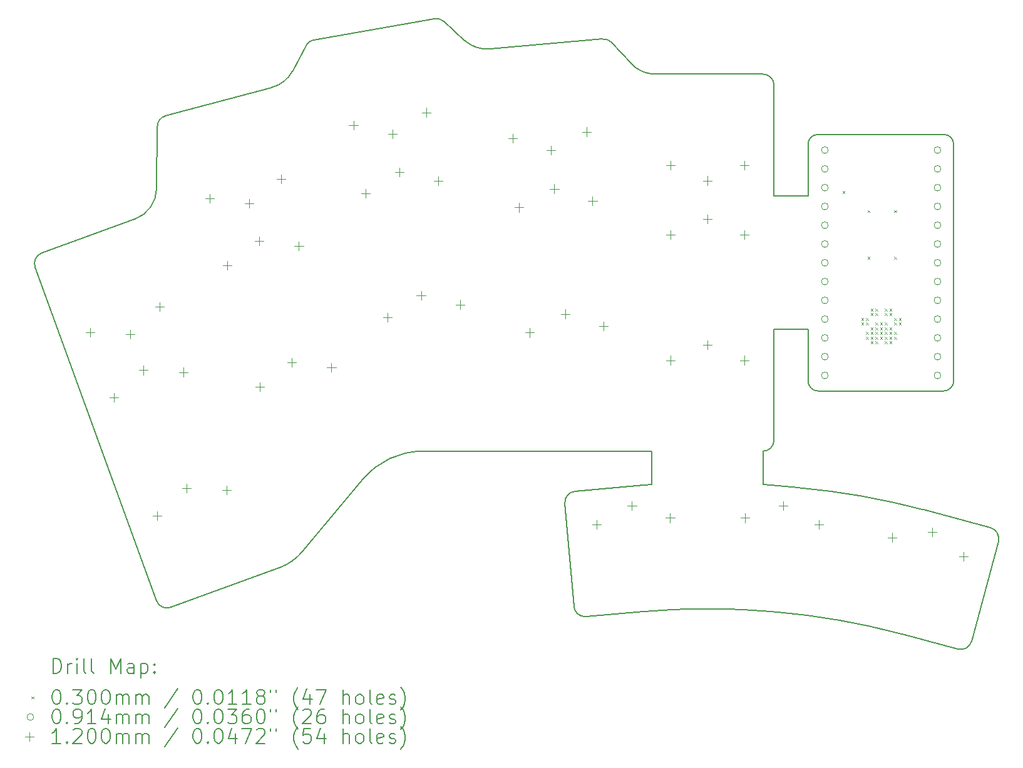
<source format=gbr>
%TF.GenerationSoftware,KiCad,Pcbnew,8.0.7*%
%TF.CreationDate,2025-03-14T09:47:26+07:00*%
%TF.ProjectId,Lapka,4c61706b-612e-46b6-9963-61645f706362,rev?*%
%TF.SameCoordinates,Original*%
%TF.FileFunction,Drillmap*%
%TF.FilePolarity,Positive*%
%FSLAX45Y45*%
G04 Gerber Fmt 4.5, Leading zero omitted, Abs format (unit mm)*
G04 Created by KiCad (PCBNEW 8.0.7) date 2025-03-14 09:47:26*
%MOMM*%
%LPD*%
G01*
G04 APERTURE LIST*
%ADD10C,0.200000*%
%ADD11C,0.100000*%
%ADD12C,0.120000*%
G04 APERTURE END LIST*
D10*
X11600711Y-4895984D02*
G75*
G02*
X11318997Y-5121012I-398191J209644D01*
G01*
X11733186Y-11397755D02*
G75*
G02*
X11416402Y-11620528I-575226J481355D01*
G01*
X15565275Y-12279335D02*
X16346164Y-12211016D01*
X21035915Y-11077384D02*
X20131788Y-10835124D01*
X13514239Y-4191030D02*
G75*
G02*
X13641123Y-4227701I26051J-147710D01*
G01*
X9759914Y-6486002D02*
G75*
G02*
X9461924Y-6904593I-449973J4967D01*
G01*
X16174865Y-4796968D02*
X15914440Y-4515393D01*
X15791247Y-4467813D02*
G75*
G02*
X15914440Y-4515393I13073J-149427D01*
G01*
X9950293Y-12154149D02*
G75*
G02*
X9758033Y-12064498I-51303J140959D01*
G01*
X8116337Y-7553969D02*
G75*
G02*
X8205990Y-7361718I140953J51299D01*
G01*
X17958996Y-4941997D02*
X16505753Y-4941997D01*
X20779641Y-12613388D02*
G75*
G02*
X20595923Y-12719455I-144911J38858D01*
G01*
X16346164Y-12211016D02*
G75*
G02*
X18071839Y-12211016I862836J-9862584D01*
G01*
X16459000Y-10495300D02*
X16346159Y-10504522D01*
X18109000Y-6591996D02*
X18109000Y-5092000D01*
X18435620Y-10536349D02*
G75*
G02*
X20131788Y-10835124I-862860J-9862521D01*
G01*
X18569000Y-8391997D02*
X18569001Y-9091997D01*
X9950293Y-12154149D02*
X11416402Y-11620527D01*
X15791247Y-4467813D02*
X14267382Y-4601133D01*
X18703997Y-9226996D02*
G75*
G02*
X18568994Y-9091997I3J135006D01*
G01*
X20404000Y-5756997D02*
G75*
G02*
X20539003Y-5891996I0J-135003D01*
G01*
X11733186Y-11397755D02*
X12552906Y-10418157D01*
X18109000Y-8391996D02*
X18569000Y-8391997D01*
X13514239Y-4191030D02*
X11886435Y-4478057D01*
X18109000Y-9892004D02*
G75*
G02*
X17959000Y-10042000I-150000J4D01*
G01*
X20404000Y-5756997D02*
X18703996Y-5756996D01*
X19838774Y-12516581D02*
X20595923Y-12719457D01*
X16459001Y-10041997D02*
X16459000Y-10495300D01*
X16505753Y-4941997D02*
G75*
G02*
X16174863Y-4796970I-23J449937D01*
G01*
X13925670Y-4486020D02*
X13925667Y-4486021D01*
X9461924Y-6904593D02*
X8205989Y-7361716D01*
X21035915Y-11077384D02*
G75*
G02*
X21141988Y-11261097I-38825J-144896D01*
G01*
X18435620Y-10536349D02*
X18071842Y-10504523D01*
X17959001Y-10495300D02*
X17959000Y-10042001D01*
X16346159Y-10504522D02*
X15415890Y-10585910D01*
X20539001Y-9091998D02*
G75*
G02*
X20404001Y-9227001I-134991J-13D01*
G01*
X15280760Y-10748318D02*
G75*
G02*
X15415890Y-10585913I149440J13078D01*
G01*
X15565275Y-12279335D02*
G75*
G02*
X15402776Y-12142978I-13065J149435D01*
G01*
X8116337Y-7553969D02*
X9758035Y-12064497D01*
X11318997Y-5121013D02*
X9879630Y-5506689D01*
X17958996Y-4941997D02*
G75*
G02*
X18108993Y-5092000I14J-149983D01*
G01*
X9769131Y-5649745D02*
X9759914Y-6486002D01*
X20539001Y-9091998D02*
X20539000Y-5891996D01*
X18569000Y-5891991D02*
X18569000Y-6591997D01*
X12552906Y-10418157D02*
G75*
G02*
X13358161Y-10041998I805244J-673813D01*
G01*
X18569000Y-5891991D02*
G75*
G02*
X18703996Y-5757000I135000J-9D01*
G01*
X11779753Y-4555900D02*
X11600711Y-4895984D01*
X18108999Y-5092000D02*
X18109000Y-5092000D01*
X18071842Y-10504523D02*
X17959001Y-10495300D01*
X15280760Y-10748318D02*
X15402776Y-12142978D01*
X18071840Y-12211015D02*
X18139313Y-12216919D01*
X9769131Y-5649745D02*
G75*
G02*
X9879630Y-5506688I150009J-1665D01*
G01*
X18109000Y-9892004D02*
X18109000Y-8391996D01*
X13641123Y-4227701D02*
X13641123Y-4227699D01*
X14267382Y-4601133D02*
G75*
G02*
X13925669Y-4486020I-39242J448253D01*
G01*
X18139313Y-12216919D02*
G75*
G02*
X19838774Y-12516581I-862863J-9862411D01*
G01*
X18569000Y-6591997D02*
X18109000Y-6591996D01*
X11779753Y-4555900D02*
G75*
G02*
X11886435Y-4478058I132707J-69850D01*
G01*
X13925667Y-4486021D02*
X13641123Y-4227699D01*
X20779641Y-12613388D02*
X21141987Y-11261097D01*
X18703997Y-9226996D02*
X20404001Y-9226996D01*
X13358161Y-10041997D02*
X16459001Y-10041997D01*
D11*
X19035000Y-6525500D02*
X19065000Y-6555500D01*
X19065000Y-6525500D02*
X19035000Y-6555500D01*
X19289000Y-8240000D02*
X19319000Y-8270000D01*
X19319000Y-8240000D02*
X19289000Y-8270000D01*
X19289000Y-8303500D02*
X19319000Y-8333500D01*
X19319000Y-8303500D02*
X19289000Y-8333500D01*
X19352500Y-8240000D02*
X19382500Y-8270000D01*
X19382500Y-8240000D02*
X19352500Y-8270000D01*
X19352500Y-8303500D02*
X19382500Y-8333500D01*
X19382500Y-8303500D02*
X19352500Y-8333500D01*
X19352500Y-8430500D02*
X19382500Y-8460500D01*
X19382500Y-8430500D02*
X19352500Y-8460500D01*
X19352500Y-8494000D02*
X19382500Y-8524000D01*
X19382500Y-8494000D02*
X19352500Y-8524000D01*
X19373000Y-7412000D02*
X19403000Y-7442000D01*
X19403000Y-7412000D02*
X19373000Y-7442000D01*
X19373000Y-6782000D02*
X19403000Y-6812000D01*
X19403000Y-6782000D02*
X19373000Y-6812000D01*
X19416000Y-8113000D02*
X19446000Y-8143000D01*
X19446000Y-8113000D02*
X19416000Y-8143000D01*
X19416000Y-8176500D02*
X19446000Y-8206500D01*
X19446000Y-8176500D02*
X19416000Y-8206500D01*
X19416000Y-8367000D02*
X19446000Y-8397000D01*
X19446000Y-8367000D02*
X19416000Y-8397000D01*
X19416000Y-8430500D02*
X19446000Y-8460500D01*
X19446000Y-8430500D02*
X19416000Y-8460500D01*
X19416000Y-8494000D02*
X19446000Y-8524000D01*
X19446000Y-8494000D02*
X19416000Y-8524000D01*
X19416000Y-8557500D02*
X19446000Y-8587500D01*
X19446000Y-8557500D02*
X19416000Y-8587500D01*
X19479500Y-8113000D02*
X19509500Y-8143000D01*
X19509500Y-8113000D02*
X19479500Y-8143000D01*
X19479500Y-8176500D02*
X19509500Y-8206500D01*
X19509500Y-8176500D02*
X19479500Y-8206500D01*
X19479500Y-8303500D02*
X19509500Y-8333500D01*
X19509500Y-8303500D02*
X19479500Y-8333500D01*
X19479500Y-8367000D02*
X19509500Y-8397000D01*
X19509500Y-8367000D02*
X19479500Y-8397000D01*
X19479500Y-8430500D02*
X19509500Y-8460500D01*
X19509500Y-8430500D02*
X19479500Y-8460500D01*
X19479500Y-8494000D02*
X19509500Y-8524000D01*
X19509500Y-8494000D02*
X19479500Y-8524000D01*
X19479500Y-8557500D02*
X19509500Y-8587500D01*
X19509500Y-8557500D02*
X19479500Y-8587500D01*
X19543000Y-8303500D02*
X19573000Y-8333500D01*
X19573000Y-8303500D02*
X19543000Y-8333500D01*
X19543000Y-8367000D02*
X19573000Y-8397000D01*
X19573000Y-8367000D02*
X19543000Y-8397000D01*
X19543000Y-8430500D02*
X19573000Y-8460500D01*
X19573000Y-8430500D02*
X19543000Y-8460500D01*
X19543000Y-8494000D02*
X19573000Y-8524000D01*
X19573000Y-8494000D02*
X19543000Y-8524000D01*
X19606500Y-8113000D02*
X19636500Y-8143000D01*
X19636500Y-8113000D02*
X19606500Y-8143000D01*
X19606500Y-8176500D02*
X19636500Y-8206500D01*
X19636500Y-8176500D02*
X19606500Y-8206500D01*
X19606500Y-8303500D02*
X19636500Y-8333500D01*
X19636500Y-8303500D02*
X19606500Y-8333500D01*
X19606500Y-8367000D02*
X19636500Y-8397000D01*
X19636500Y-8367000D02*
X19606500Y-8397000D01*
X19606500Y-8430500D02*
X19636500Y-8460500D01*
X19636500Y-8430500D02*
X19606500Y-8460500D01*
X19606500Y-8494000D02*
X19636500Y-8524000D01*
X19636500Y-8494000D02*
X19606500Y-8524000D01*
X19606500Y-8557500D02*
X19636500Y-8587500D01*
X19636500Y-8557500D02*
X19606500Y-8587500D01*
X19670000Y-8113000D02*
X19700000Y-8143000D01*
X19700000Y-8113000D02*
X19670000Y-8143000D01*
X19670000Y-8176500D02*
X19700000Y-8206500D01*
X19700000Y-8176500D02*
X19670000Y-8206500D01*
X19670000Y-8367000D02*
X19700000Y-8397000D01*
X19700000Y-8367000D02*
X19670000Y-8397000D01*
X19670000Y-8430500D02*
X19700000Y-8460500D01*
X19700000Y-8430500D02*
X19670000Y-8460500D01*
X19670000Y-8494000D02*
X19700000Y-8524000D01*
X19700000Y-8494000D02*
X19670000Y-8524000D01*
X19670000Y-8557500D02*
X19700000Y-8587500D01*
X19700000Y-8557500D02*
X19670000Y-8587500D01*
X19733000Y-6782000D02*
X19763000Y-6812000D01*
X19763000Y-6782000D02*
X19733000Y-6812000D01*
X19733000Y-7412000D02*
X19763000Y-7442000D01*
X19763000Y-7412000D02*
X19733000Y-7442000D01*
X19733500Y-8240000D02*
X19763500Y-8270000D01*
X19763500Y-8240000D02*
X19733500Y-8270000D01*
X19733500Y-8303500D02*
X19763500Y-8333500D01*
X19763500Y-8303500D02*
X19733500Y-8333500D01*
X19733500Y-8430500D02*
X19763500Y-8460500D01*
X19763500Y-8430500D02*
X19733500Y-8460500D01*
X19733500Y-8494000D02*
X19763500Y-8524000D01*
X19763500Y-8494000D02*
X19733500Y-8524000D01*
X19797000Y-8240000D02*
X19827000Y-8270000D01*
X19827000Y-8240000D02*
X19797000Y-8270000D01*
X19797000Y-8303500D02*
X19827000Y-8333500D01*
X19827000Y-8303500D02*
X19797000Y-8333500D01*
X18841720Y-5969000D02*
G75*
G02*
X18750280Y-5969000I-45720J0D01*
G01*
X18750280Y-5969000D02*
G75*
G02*
X18841720Y-5969000I45720J0D01*
G01*
X18841720Y-6223000D02*
G75*
G02*
X18750280Y-6223000I-45720J0D01*
G01*
X18750280Y-6223000D02*
G75*
G02*
X18841720Y-6223000I45720J0D01*
G01*
X18841720Y-6477000D02*
G75*
G02*
X18750280Y-6477000I-45720J0D01*
G01*
X18750280Y-6477000D02*
G75*
G02*
X18841720Y-6477000I45720J0D01*
G01*
X18841720Y-6731000D02*
G75*
G02*
X18750280Y-6731000I-45720J0D01*
G01*
X18750280Y-6731000D02*
G75*
G02*
X18841720Y-6731000I45720J0D01*
G01*
X18841720Y-6985000D02*
G75*
G02*
X18750280Y-6985000I-45720J0D01*
G01*
X18750280Y-6985000D02*
G75*
G02*
X18841720Y-6985000I45720J0D01*
G01*
X18841720Y-7239000D02*
G75*
G02*
X18750280Y-7239000I-45720J0D01*
G01*
X18750280Y-7239000D02*
G75*
G02*
X18841720Y-7239000I45720J0D01*
G01*
X18841720Y-7493000D02*
G75*
G02*
X18750280Y-7493000I-45720J0D01*
G01*
X18750280Y-7493000D02*
G75*
G02*
X18841720Y-7493000I45720J0D01*
G01*
X18841720Y-7747000D02*
G75*
G02*
X18750280Y-7747000I-45720J0D01*
G01*
X18750280Y-7747000D02*
G75*
G02*
X18841720Y-7747000I45720J0D01*
G01*
X18841720Y-8001000D02*
G75*
G02*
X18750280Y-8001000I-45720J0D01*
G01*
X18750280Y-8001000D02*
G75*
G02*
X18841720Y-8001000I45720J0D01*
G01*
X18841720Y-8255000D02*
G75*
G02*
X18750280Y-8255000I-45720J0D01*
G01*
X18750280Y-8255000D02*
G75*
G02*
X18841720Y-8255000I45720J0D01*
G01*
X18841720Y-8509000D02*
G75*
G02*
X18750280Y-8509000I-45720J0D01*
G01*
X18750280Y-8509000D02*
G75*
G02*
X18841720Y-8509000I45720J0D01*
G01*
X18841720Y-8763000D02*
G75*
G02*
X18750280Y-8763000I-45720J0D01*
G01*
X18750280Y-8763000D02*
G75*
G02*
X18841720Y-8763000I45720J0D01*
G01*
X18841720Y-9017000D02*
G75*
G02*
X18750280Y-9017000I-45720J0D01*
G01*
X18750280Y-9017000D02*
G75*
G02*
X18841720Y-9017000I45720J0D01*
G01*
X20365721Y-5968999D02*
G75*
G02*
X20274281Y-5968999I-45720J0D01*
G01*
X20274281Y-5968999D02*
G75*
G02*
X20365721Y-5968999I45720J0D01*
G01*
X20365721Y-6222999D02*
G75*
G02*
X20274281Y-6222999I-45720J0D01*
G01*
X20274281Y-6222999D02*
G75*
G02*
X20365721Y-6222999I45720J0D01*
G01*
X20365721Y-6476999D02*
G75*
G02*
X20274281Y-6476999I-45720J0D01*
G01*
X20274281Y-6476999D02*
G75*
G02*
X20365721Y-6476999I45720J0D01*
G01*
X20365721Y-6730999D02*
G75*
G02*
X20274281Y-6730999I-45720J0D01*
G01*
X20274281Y-6730999D02*
G75*
G02*
X20365721Y-6730999I45720J0D01*
G01*
X20365721Y-6984999D02*
G75*
G02*
X20274281Y-6984999I-45720J0D01*
G01*
X20274281Y-6984999D02*
G75*
G02*
X20365721Y-6984999I45720J0D01*
G01*
X20365721Y-7238999D02*
G75*
G02*
X20274281Y-7238999I-45720J0D01*
G01*
X20274281Y-7238999D02*
G75*
G02*
X20365721Y-7238999I45720J0D01*
G01*
X20365721Y-7492999D02*
G75*
G02*
X20274281Y-7492999I-45720J0D01*
G01*
X20274281Y-7492999D02*
G75*
G02*
X20365721Y-7492999I45720J0D01*
G01*
X20365721Y-7746999D02*
G75*
G02*
X20274281Y-7746999I-45720J0D01*
G01*
X20274281Y-7746999D02*
G75*
G02*
X20365721Y-7746999I45720J0D01*
G01*
X20365721Y-8000999D02*
G75*
G02*
X20274281Y-8000999I-45720J0D01*
G01*
X20274281Y-8000999D02*
G75*
G02*
X20365721Y-8000999I45720J0D01*
G01*
X20365721Y-8254999D02*
G75*
G02*
X20274281Y-8254999I-45720J0D01*
G01*
X20274281Y-8254999D02*
G75*
G02*
X20365721Y-8254999I45720J0D01*
G01*
X20365721Y-8508999D02*
G75*
G02*
X20274281Y-8508999I-45720J0D01*
G01*
X20274281Y-8508999D02*
G75*
G02*
X20365721Y-8508999I45720J0D01*
G01*
X20365721Y-8762999D02*
G75*
G02*
X20274281Y-8762999I-45720J0D01*
G01*
X20274281Y-8762999D02*
G75*
G02*
X20365721Y-8762999I45720J0D01*
G01*
X20365721Y-9016999D02*
G75*
G02*
X20274281Y-9016999I-45720J0D01*
G01*
X20274281Y-9016999D02*
G75*
G02*
X20365721Y-9016999I45720J0D01*
G01*
D12*
X8861602Y-8372033D02*
X8861602Y-8492033D01*
X8801602Y-8432033D02*
X8921602Y-8432033D01*
X9183097Y-9255346D02*
X9183097Y-9375346D01*
X9123097Y-9315346D02*
X9243097Y-9315346D01*
X9403273Y-8398358D02*
X9403273Y-8518358D01*
X9343273Y-8458358D02*
X9463273Y-8458358D01*
X9581119Y-8887000D02*
X9581119Y-9007000D01*
X9521119Y-8947000D02*
X9641119Y-8947000D01*
X9764526Y-10852826D02*
X9764526Y-10972826D01*
X9704526Y-10912826D02*
X9824526Y-10912826D01*
X9801295Y-8030012D02*
X9801295Y-8150012D01*
X9741295Y-8090012D02*
X9861295Y-8090012D01*
X10122789Y-8913326D02*
X10122789Y-9033326D01*
X10062789Y-8973326D02*
X10182789Y-8973326D01*
X10162548Y-10484480D02*
X10162548Y-10604480D01*
X10102548Y-10544480D02*
X10222548Y-10544480D01*
X10475099Y-6560531D02*
X10475099Y-6680531D01*
X10415099Y-6620531D02*
X10535099Y-6620531D01*
X10704219Y-10510805D02*
X10704219Y-10630805D01*
X10644219Y-10570805D02*
X10764219Y-10570805D01*
X10718396Y-7468498D02*
X10718396Y-7588498D01*
X10658396Y-7528498D02*
X10778396Y-7528498D01*
X11012414Y-6633966D02*
X11012414Y-6753966D01*
X10952414Y-6693966D02*
X11072414Y-6693966D01*
X11147007Y-7136244D02*
X11147007Y-7256244D01*
X11087007Y-7196244D02*
X11207007Y-7196244D01*
X11158386Y-9110567D02*
X11158386Y-9230567D01*
X11098386Y-9170567D02*
X11218386Y-9170567D01*
X11441025Y-6301712D02*
X11441025Y-6421712D01*
X11381025Y-6361712D02*
X11501025Y-6361712D01*
X11586997Y-8778313D02*
X11586997Y-8898313D01*
X11526997Y-8838313D02*
X11646997Y-8838313D01*
X11684322Y-7209679D02*
X11684322Y-7329679D01*
X11624322Y-7269679D02*
X11744322Y-7269679D01*
X12124312Y-8851748D02*
X12124312Y-8971748D01*
X12064312Y-8911748D02*
X12184312Y-8911748D01*
X12421523Y-5572681D02*
X12421523Y-5692680D01*
X12361523Y-5632680D02*
X12481523Y-5632680D01*
X12584750Y-6498406D02*
X12584750Y-6618406D01*
X12524750Y-6558406D02*
X12644750Y-6558406D01*
X12879950Y-8172577D02*
X12879950Y-8292577D01*
X12819950Y-8232577D02*
X12939950Y-8232577D01*
X12950393Y-5692666D02*
X12950393Y-5812666D01*
X12890393Y-5752666D02*
X13010393Y-5752666D01*
X13040688Y-6204773D02*
X13040688Y-6324773D01*
X12980688Y-6264773D02*
X13100688Y-6264773D01*
X13335888Y-7878943D02*
X13335888Y-7998943D01*
X13275888Y-7938943D02*
X13395888Y-7938943D01*
X13406331Y-5399032D02*
X13406331Y-5519032D01*
X13346331Y-5459032D02*
X13466331Y-5459032D01*
X13569558Y-6324758D02*
X13569558Y-6444758D01*
X13509558Y-6384758D02*
X13629558Y-6384758D01*
X13864758Y-7998929D02*
X13864758Y-8118929D01*
X13804758Y-8058929D02*
X13924758Y-8058929D01*
X14577032Y-5748742D02*
X14577032Y-5868742D01*
X14517032Y-5808742D02*
X14637032Y-5808742D01*
X14658964Y-6685163D02*
X14658964Y-6805163D01*
X14598964Y-6745163D02*
X14718964Y-6745163D01*
X14807124Y-8378694D02*
X14807124Y-8498694D01*
X14747124Y-8438694D02*
X14867124Y-8438694D01*
X15093432Y-5914365D02*
X15093432Y-6034365D01*
X15033432Y-5974365D02*
X15153432Y-5974365D01*
X15138758Y-6432385D02*
X15138758Y-6552385D01*
X15078758Y-6492385D02*
X15198758Y-6492385D01*
X15286919Y-8125915D02*
X15286919Y-8245915D01*
X15226919Y-8185915D02*
X15346919Y-8185915D01*
X15573227Y-5661586D02*
X15573227Y-5781586D01*
X15513227Y-5721586D02*
X15633227Y-5721586D01*
X15655158Y-6598008D02*
X15655158Y-6718008D01*
X15595158Y-6658008D02*
X15715158Y-6658008D01*
X15708964Y-10972234D02*
X15708964Y-11092234D01*
X15648964Y-11032234D02*
X15768964Y-11032234D01*
X15803319Y-8291538D02*
X15803319Y-8411538D01*
X15743319Y-8351538D02*
X15863319Y-8351538D01*
X16188758Y-10719455D02*
X16188758Y-10839455D01*
X16128758Y-10779455D02*
X16248758Y-10779455D01*
X16705159Y-10885078D02*
X16705159Y-11005078D01*
X16645159Y-10945078D02*
X16765159Y-10945078D01*
X16709000Y-6112000D02*
X16709000Y-6232000D01*
X16649000Y-6172000D02*
X16769000Y-6172000D01*
X16709000Y-8752000D02*
X16709000Y-8872000D01*
X16649000Y-8812000D02*
X16769000Y-8812000D01*
X16709001Y-7051999D02*
X16709001Y-7171999D01*
X16649001Y-7111999D02*
X16769001Y-7111999D01*
X17209000Y-6322000D02*
X17209000Y-6442000D01*
X17149000Y-6382000D02*
X17269000Y-6382000D01*
X17209000Y-8542000D02*
X17209000Y-8662000D01*
X17149000Y-8602000D02*
X17269000Y-8602000D01*
X17209001Y-6841999D02*
X17209001Y-6961999D01*
X17149001Y-6901999D02*
X17269001Y-6901999D01*
X17709000Y-6112000D02*
X17709000Y-6232000D01*
X17649000Y-6172000D02*
X17769000Y-6172000D01*
X17709000Y-8752000D02*
X17709000Y-8872000D01*
X17649000Y-8812000D02*
X17769000Y-8812000D01*
X17709001Y-7051999D02*
X17709001Y-7171999D01*
X17649001Y-7111999D02*
X17769001Y-7111999D01*
X17716512Y-10885077D02*
X17716512Y-11005077D01*
X17656512Y-10945077D02*
X17776512Y-10945077D01*
X18232912Y-10719454D02*
X18232912Y-10839454D01*
X18172912Y-10779454D02*
X18292912Y-10779454D01*
X18712707Y-10972233D02*
X18712707Y-11092233D01*
X18652707Y-11032233D02*
X18772707Y-11032233D01*
X19708707Y-11147848D02*
X19708707Y-11267848D01*
X19648707Y-11207848D02*
X19768707Y-11207848D01*
X20246022Y-11074413D02*
X20246022Y-11194413D01*
X20186022Y-11134413D02*
X20306022Y-11134413D01*
X20674633Y-11406667D02*
X20674633Y-11526667D01*
X20614633Y-11466667D02*
X20734633Y-11466667D01*
D10*
X8358069Y-13046045D02*
X8358069Y-12846045D01*
X8358069Y-12846045D02*
X8405688Y-12846045D01*
X8405688Y-12846045D02*
X8434260Y-12855568D01*
X8434260Y-12855568D02*
X8453307Y-12874616D01*
X8453307Y-12874616D02*
X8462831Y-12893664D01*
X8462831Y-12893664D02*
X8472355Y-12931759D01*
X8472355Y-12931759D02*
X8472355Y-12960330D01*
X8472355Y-12960330D02*
X8462831Y-12998425D01*
X8462831Y-12998425D02*
X8453307Y-13017473D01*
X8453307Y-13017473D02*
X8434260Y-13036521D01*
X8434260Y-13036521D02*
X8405688Y-13046045D01*
X8405688Y-13046045D02*
X8358069Y-13046045D01*
X8558069Y-13046045D02*
X8558069Y-12912711D01*
X8558069Y-12950806D02*
X8567593Y-12931759D01*
X8567593Y-12931759D02*
X8577117Y-12922235D01*
X8577117Y-12922235D02*
X8596165Y-12912711D01*
X8596165Y-12912711D02*
X8615212Y-12912711D01*
X8681879Y-13046045D02*
X8681879Y-12912711D01*
X8681879Y-12846045D02*
X8672355Y-12855568D01*
X8672355Y-12855568D02*
X8681879Y-12865092D01*
X8681879Y-12865092D02*
X8691403Y-12855568D01*
X8691403Y-12855568D02*
X8681879Y-12846045D01*
X8681879Y-12846045D02*
X8681879Y-12865092D01*
X8805688Y-13046045D02*
X8786641Y-13036521D01*
X8786641Y-13036521D02*
X8777117Y-13017473D01*
X8777117Y-13017473D02*
X8777117Y-12846045D01*
X8910450Y-13046045D02*
X8891403Y-13036521D01*
X8891403Y-13036521D02*
X8881879Y-13017473D01*
X8881879Y-13017473D02*
X8881879Y-12846045D01*
X9139022Y-13046045D02*
X9139022Y-12846045D01*
X9139022Y-12846045D02*
X9205688Y-12988902D01*
X9205688Y-12988902D02*
X9272355Y-12846045D01*
X9272355Y-12846045D02*
X9272355Y-13046045D01*
X9453307Y-13046045D02*
X9453307Y-12941283D01*
X9453307Y-12941283D02*
X9443784Y-12922235D01*
X9443784Y-12922235D02*
X9424736Y-12912711D01*
X9424736Y-12912711D02*
X9386641Y-12912711D01*
X9386641Y-12912711D02*
X9367593Y-12922235D01*
X9453307Y-13036521D02*
X9434260Y-13046045D01*
X9434260Y-13046045D02*
X9386641Y-13046045D01*
X9386641Y-13046045D02*
X9367593Y-13036521D01*
X9367593Y-13036521D02*
X9358069Y-13017473D01*
X9358069Y-13017473D02*
X9358069Y-12998425D01*
X9358069Y-12998425D02*
X9367593Y-12979378D01*
X9367593Y-12979378D02*
X9386641Y-12969854D01*
X9386641Y-12969854D02*
X9434260Y-12969854D01*
X9434260Y-12969854D02*
X9453307Y-12960330D01*
X9548546Y-12912711D02*
X9548546Y-13112711D01*
X9548546Y-12922235D02*
X9567593Y-12912711D01*
X9567593Y-12912711D02*
X9605688Y-12912711D01*
X9605688Y-12912711D02*
X9624736Y-12922235D01*
X9624736Y-12922235D02*
X9634260Y-12931759D01*
X9634260Y-12931759D02*
X9643784Y-12950806D01*
X9643784Y-12950806D02*
X9643784Y-13007949D01*
X9643784Y-13007949D02*
X9634260Y-13026997D01*
X9634260Y-13026997D02*
X9624736Y-13036521D01*
X9624736Y-13036521D02*
X9605688Y-13046045D01*
X9605688Y-13046045D02*
X9567593Y-13046045D01*
X9567593Y-13046045D02*
X9548546Y-13036521D01*
X9729498Y-13026997D02*
X9739022Y-13036521D01*
X9739022Y-13036521D02*
X9729498Y-13046045D01*
X9729498Y-13046045D02*
X9719974Y-13036521D01*
X9719974Y-13036521D02*
X9729498Y-13026997D01*
X9729498Y-13026997D02*
X9729498Y-13046045D01*
X9729498Y-12922235D02*
X9739022Y-12931759D01*
X9739022Y-12931759D02*
X9729498Y-12941283D01*
X9729498Y-12941283D02*
X9719974Y-12931759D01*
X9719974Y-12931759D02*
X9729498Y-12922235D01*
X9729498Y-12922235D02*
X9729498Y-12941283D01*
D11*
X8067292Y-13359561D02*
X8097292Y-13389561D01*
X8097292Y-13359561D02*
X8067292Y-13389561D01*
D10*
X8396165Y-13266045D02*
X8415212Y-13266045D01*
X8415212Y-13266045D02*
X8434260Y-13275568D01*
X8434260Y-13275568D02*
X8443784Y-13285092D01*
X8443784Y-13285092D02*
X8453307Y-13304140D01*
X8453307Y-13304140D02*
X8462831Y-13342235D01*
X8462831Y-13342235D02*
X8462831Y-13389854D01*
X8462831Y-13389854D02*
X8453307Y-13427949D01*
X8453307Y-13427949D02*
X8443784Y-13446997D01*
X8443784Y-13446997D02*
X8434260Y-13456521D01*
X8434260Y-13456521D02*
X8415212Y-13466045D01*
X8415212Y-13466045D02*
X8396165Y-13466045D01*
X8396165Y-13466045D02*
X8377117Y-13456521D01*
X8377117Y-13456521D02*
X8367593Y-13446997D01*
X8367593Y-13446997D02*
X8358069Y-13427949D01*
X8358069Y-13427949D02*
X8348545Y-13389854D01*
X8348545Y-13389854D02*
X8348545Y-13342235D01*
X8348545Y-13342235D02*
X8358069Y-13304140D01*
X8358069Y-13304140D02*
X8367593Y-13285092D01*
X8367593Y-13285092D02*
X8377117Y-13275568D01*
X8377117Y-13275568D02*
X8396165Y-13266045D01*
X8548546Y-13446997D02*
X8558069Y-13456521D01*
X8558069Y-13456521D02*
X8548546Y-13466045D01*
X8548546Y-13466045D02*
X8539022Y-13456521D01*
X8539022Y-13456521D02*
X8548546Y-13446997D01*
X8548546Y-13446997D02*
X8548546Y-13466045D01*
X8624736Y-13266045D02*
X8748546Y-13266045D01*
X8748546Y-13266045D02*
X8681879Y-13342235D01*
X8681879Y-13342235D02*
X8710450Y-13342235D01*
X8710450Y-13342235D02*
X8729498Y-13351759D01*
X8729498Y-13351759D02*
X8739022Y-13361283D01*
X8739022Y-13361283D02*
X8748546Y-13380330D01*
X8748546Y-13380330D02*
X8748546Y-13427949D01*
X8748546Y-13427949D02*
X8739022Y-13446997D01*
X8739022Y-13446997D02*
X8729498Y-13456521D01*
X8729498Y-13456521D02*
X8710450Y-13466045D01*
X8710450Y-13466045D02*
X8653307Y-13466045D01*
X8653307Y-13466045D02*
X8634260Y-13456521D01*
X8634260Y-13456521D02*
X8624736Y-13446997D01*
X8872355Y-13266045D02*
X8891403Y-13266045D01*
X8891403Y-13266045D02*
X8910450Y-13275568D01*
X8910450Y-13275568D02*
X8919974Y-13285092D01*
X8919974Y-13285092D02*
X8929498Y-13304140D01*
X8929498Y-13304140D02*
X8939022Y-13342235D01*
X8939022Y-13342235D02*
X8939022Y-13389854D01*
X8939022Y-13389854D02*
X8929498Y-13427949D01*
X8929498Y-13427949D02*
X8919974Y-13446997D01*
X8919974Y-13446997D02*
X8910450Y-13456521D01*
X8910450Y-13456521D02*
X8891403Y-13466045D01*
X8891403Y-13466045D02*
X8872355Y-13466045D01*
X8872355Y-13466045D02*
X8853307Y-13456521D01*
X8853307Y-13456521D02*
X8843784Y-13446997D01*
X8843784Y-13446997D02*
X8834260Y-13427949D01*
X8834260Y-13427949D02*
X8824736Y-13389854D01*
X8824736Y-13389854D02*
X8824736Y-13342235D01*
X8824736Y-13342235D02*
X8834260Y-13304140D01*
X8834260Y-13304140D02*
X8843784Y-13285092D01*
X8843784Y-13285092D02*
X8853307Y-13275568D01*
X8853307Y-13275568D02*
X8872355Y-13266045D01*
X9062831Y-13266045D02*
X9081879Y-13266045D01*
X9081879Y-13266045D02*
X9100927Y-13275568D01*
X9100927Y-13275568D02*
X9110450Y-13285092D01*
X9110450Y-13285092D02*
X9119974Y-13304140D01*
X9119974Y-13304140D02*
X9129498Y-13342235D01*
X9129498Y-13342235D02*
X9129498Y-13389854D01*
X9129498Y-13389854D02*
X9119974Y-13427949D01*
X9119974Y-13427949D02*
X9110450Y-13446997D01*
X9110450Y-13446997D02*
X9100927Y-13456521D01*
X9100927Y-13456521D02*
X9081879Y-13466045D01*
X9081879Y-13466045D02*
X9062831Y-13466045D01*
X9062831Y-13466045D02*
X9043784Y-13456521D01*
X9043784Y-13456521D02*
X9034260Y-13446997D01*
X9034260Y-13446997D02*
X9024736Y-13427949D01*
X9024736Y-13427949D02*
X9015212Y-13389854D01*
X9015212Y-13389854D02*
X9015212Y-13342235D01*
X9015212Y-13342235D02*
X9024736Y-13304140D01*
X9024736Y-13304140D02*
X9034260Y-13285092D01*
X9034260Y-13285092D02*
X9043784Y-13275568D01*
X9043784Y-13275568D02*
X9062831Y-13266045D01*
X9215212Y-13466045D02*
X9215212Y-13332711D01*
X9215212Y-13351759D02*
X9224736Y-13342235D01*
X9224736Y-13342235D02*
X9243784Y-13332711D01*
X9243784Y-13332711D02*
X9272355Y-13332711D01*
X9272355Y-13332711D02*
X9291403Y-13342235D01*
X9291403Y-13342235D02*
X9300927Y-13361283D01*
X9300927Y-13361283D02*
X9300927Y-13466045D01*
X9300927Y-13361283D02*
X9310450Y-13342235D01*
X9310450Y-13342235D02*
X9329498Y-13332711D01*
X9329498Y-13332711D02*
X9358069Y-13332711D01*
X9358069Y-13332711D02*
X9377117Y-13342235D01*
X9377117Y-13342235D02*
X9386641Y-13361283D01*
X9386641Y-13361283D02*
X9386641Y-13466045D01*
X9481879Y-13466045D02*
X9481879Y-13332711D01*
X9481879Y-13351759D02*
X9491403Y-13342235D01*
X9491403Y-13342235D02*
X9510450Y-13332711D01*
X9510450Y-13332711D02*
X9539022Y-13332711D01*
X9539022Y-13332711D02*
X9558069Y-13342235D01*
X9558069Y-13342235D02*
X9567593Y-13361283D01*
X9567593Y-13361283D02*
X9567593Y-13466045D01*
X9567593Y-13361283D02*
X9577117Y-13342235D01*
X9577117Y-13342235D02*
X9596165Y-13332711D01*
X9596165Y-13332711D02*
X9624736Y-13332711D01*
X9624736Y-13332711D02*
X9643784Y-13342235D01*
X9643784Y-13342235D02*
X9653308Y-13361283D01*
X9653308Y-13361283D02*
X9653308Y-13466045D01*
X10043784Y-13256521D02*
X9872355Y-13513664D01*
X10300927Y-13266045D02*
X10319974Y-13266045D01*
X10319974Y-13266045D02*
X10339022Y-13275568D01*
X10339022Y-13275568D02*
X10348546Y-13285092D01*
X10348546Y-13285092D02*
X10358070Y-13304140D01*
X10358070Y-13304140D02*
X10367593Y-13342235D01*
X10367593Y-13342235D02*
X10367593Y-13389854D01*
X10367593Y-13389854D02*
X10358070Y-13427949D01*
X10358070Y-13427949D02*
X10348546Y-13446997D01*
X10348546Y-13446997D02*
X10339022Y-13456521D01*
X10339022Y-13456521D02*
X10319974Y-13466045D01*
X10319974Y-13466045D02*
X10300927Y-13466045D01*
X10300927Y-13466045D02*
X10281879Y-13456521D01*
X10281879Y-13456521D02*
X10272355Y-13446997D01*
X10272355Y-13446997D02*
X10262831Y-13427949D01*
X10262831Y-13427949D02*
X10253308Y-13389854D01*
X10253308Y-13389854D02*
X10253308Y-13342235D01*
X10253308Y-13342235D02*
X10262831Y-13304140D01*
X10262831Y-13304140D02*
X10272355Y-13285092D01*
X10272355Y-13285092D02*
X10281879Y-13275568D01*
X10281879Y-13275568D02*
X10300927Y-13266045D01*
X10453308Y-13446997D02*
X10462831Y-13456521D01*
X10462831Y-13456521D02*
X10453308Y-13466045D01*
X10453308Y-13466045D02*
X10443784Y-13456521D01*
X10443784Y-13456521D02*
X10453308Y-13446997D01*
X10453308Y-13446997D02*
X10453308Y-13466045D01*
X10586641Y-13266045D02*
X10605689Y-13266045D01*
X10605689Y-13266045D02*
X10624736Y-13275568D01*
X10624736Y-13275568D02*
X10634260Y-13285092D01*
X10634260Y-13285092D02*
X10643784Y-13304140D01*
X10643784Y-13304140D02*
X10653308Y-13342235D01*
X10653308Y-13342235D02*
X10653308Y-13389854D01*
X10653308Y-13389854D02*
X10643784Y-13427949D01*
X10643784Y-13427949D02*
X10634260Y-13446997D01*
X10634260Y-13446997D02*
X10624736Y-13456521D01*
X10624736Y-13456521D02*
X10605689Y-13466045D01*
X10605689Y-13466045D02*
X10586641Y-13466045D01*
X10586641Y-13466045D02*
X10567593Y-13456521D01*
X10567593Y-13456521D02*
X10558070Y-13446997D01*
X10558070Y-13446997D02*
X10548546Y-13427949D01*
X10548546Y-13427949D02*
X10539022Y-13389854D01*
X10539022Y-13389854D02*
X10539022Y-13342235D01*
X10539022Y-13342235D02*
X10548546Y-13304140D01*
X10548546Y-13304140D02*
X10558070Y-13285092D01*
X10558070Y-13285092D02*
X10567593Y-13275568D01*
X10567593Y-13275568D02*
X10586641Y-13266045D01*
X10843784Y-13466045D02*
X10729498Y-13466045D01*
X10786641Y-13466045D02*
X10786641Y-13266045D01*
X10786641Y-13266045D02*
X10767593Y-13294616D01*
X10767593Y-13294616D02*
X10748546Y-13313664D01*
X10748546Y-13313664D02*
X10729498Y-13323187D01*
X11034260Y-13466045D02*
X10919974Y-13466045D01*
X10977117Y-13466045D02*
X10977117Y-13266045D01*
X10977117Y-13266045D02*
X10958070Y-13294616D01*
X10958070Y-13294616D02*
X10939022Y-13313664D01*
X10939022Y-13313664D02*
X10919974Y-13323187D01*
X11148546Y-13351759D02*
X11129498Y-13342235D01*
X11129498Y-13342235D02*
X11119974Y-13332711D01*
X11119974Y-13332711D02*
X11110451Y-13313664D01*
X11110451Y-13313664D02*
X11110451Y-13304140D01*
X11110451Y-13304140D02*
X11119974Y-13285092D01*
X11119974Y-13285092D02*
X11129498Y-13275568D01*
X11129498Y-13275568D02*
X11148546Y-13266045D01*
X11148546Y-13266045D02*
X11186641Y-13266045D01*
X11186641Y-13266045D02*
X11205689Y-13275568D01*
X11205689Y-13275568D02*
X11215212Y-13285092D01*
X11215212Y-13285092D02*
X11224736Y-13304140D01*
X11224736Y-13304140D02*
X11224736Y-13313664D01*
X11224736Y-13313664D02*
X11215212Y-13332711D01*
X11215212Y-13332711D02*
X11205689Y-13342235D01*
X11205689Y-13342235D02*
X11186641Y-13351759D01*
X11186641Y-13351759D02*
X11148546Y-13351759D01*
X11148546Y-13351759D02*
X11129498Y-13361283D01*
X11129498Y-13361283D02*
X11119974Y-13370806D01*
X11119974Y-13370806D02*
X11110451Y-13389854D01*
X11110451Y-13389854D02*
X11110451Y-13427949D01*
X11110451Y-13427949D02*
X11119974Y-13446997D01*
X11119974Y-13446997D02*
X11129498Y-13456521D01*
X11129498Y-13456521D02*
X11148546Y-13466045D01*
X11148546Y-13466045D02*
X11186641Y-13466045D01*
X11186641Y-13466045D02*
X11205689Y-13456521D01*
X11205689Y-13456521D02*
X11215212Y-13446997D01*
X11215212Y-13446997D02*
X11224736Y-13427949D01*
X11224736Y-13427949D02*
X11224736Y-13389854D01*
X11224736Y-13389854D02*
X11215212Y-13370806D01*
X11215212Y-13370806D02*
X11205689Y-13361283D01*
X11205689Y-13361283D02*
X11186641Y-13351759D01*
X11300927Y-13266045D02*
X11300927Y-13304140D01*
X11377117Y-13266045D02*
X11377117Y-13304140D01*
X11672355Y-13542235D02*
X11662831Y-13532711D01*
X11662831Y-13532711D02*
X11643784Y-13504140D01*
X11643784Y-13504140D02*
X11634260Y-13485092D01*
X11634260Y-13485092D02*
X11624736Y-13456521D01*
X11624736Y-13456521D02*
X11615212Y-13408902D01*
X11615212Y-13408902D02*
X11615212Y-13370806D01*
X11615212Y-13370806D02*
X11624736Y-13323187D01*
X11624736Y-13323187D02*
X11634260Y-13294616D01*
X11634260Y-13294616D02*
X11643784Y-13275568D01*
X11643784Y-13275568D02*
X11662831Y-13246997D01*
X11662831Y-13246997D02*
X11672355Y-13237473D01*
X11834260Y-13332711D02*
X11834260Y-13466045D01*
X11786641Y-13256521D02*
X11739022Y-13399378D01*
X11739022Y-13399378D02*
X11862831Y-13399378D01*
X11919974Y-13266045D02*
X12053308Y-13266045D01*
X12053308Y-13266045D02*
X11967593Y-13466045D01*
X12281879Y-13466045D02*
X12281879Y-13266045D01*
X12367593Y-13466045D02*
X12367593Y-13361283D01*
X12367593Y-13361283D02*
X12358070Y-13342235D01*
X12358070Y-13342235D02*
X12339022Y-13332711D01*
X12339022Y-13332711D02*
X12310451Y-13332711D01*
X12310451Y-13332711D02*
X12291403Y-13342235D01*
X12291403Y-13342235D02*
X12281879Y-13351759D01*
X12491403Y-13466045D02*
X12472355Y-13456521D01*
X12472355Y-13456521D02*
X12462832Y-13446997D01*
X12462832Y-13446997D02*
X12453308Y-13427949D01*
X12453308Y-13427949D02*
X12453308Y-13370806D01*
X12453308Y-13370806D02*
X12462832Y-13351759D01*
X12462832Y-13351759D02*
X12472355Y-13342235D01*
X12472355Y-13342235D02*
X12491403Y-13332711D01*
X12491403Y-13332711D02*
X12519974Y-13332711D01*
X12519974Y-13332711D02*
X12539022Y-13342235D01*
X12539022Y-13342235D02*
X12548546Y-13351759D01*
X12548546Y-13351759D02*
X12558070Y-13370806D01*
X12558070Y-13370806D02*
X12558070Y-13427949D01*
X12558070Y-13427949D02*
X12548546Y-13446997D01*
X12548546Y-13446997D02*
X12539022Y-13456521D01*
X12539022Y-13456521D02*
X12519974Y-13466045D01*
X12519974Y-13466045D02*
X12491403Y-13466045D01*
X12672355Y-13466045D02*
X12653308Y-13456521D01*
X12653308Y-13456521D02*
X12643784Y-13437473D01*
X12643784Y-13437473D02*
X12643784Y-13266045D01*
X12824736Y-13456521D02*
X12805689Y-13466045D01*
X12805689Y-13466045D02*
X12767593Y-13466045D01*
X12767593Y-13466045D02*
X12748546Y-13456521D01*
X12748546Y-13456521D02*
X12739022Y-13437473D01*
X12739022Y-13437473D02*
X12739022Y-13361283D01*
X12739022Y-13361283D02*
X12748546Y-13342235D01*
X12748546Y-13342235D02*
X12767593Y-13332711D01*
X12767593Y-13332711D02*
X12805689Y-13332711D01*
X12805689Y-13332711D02*
X12824736Y-13342235D01*
X12824736Y-13342235D02*
X12834260Y-13361283D01*
X12834260Y-13361283D02*
X12834260Y-13380330D01*
X12834260Y-13380330D02*
X12739022Y-13399378D01*
X12910451Y-13456521D02*
X12929498Y-13466045D01*
X12929498Y-13466045D02*
X12967593Y-13466045D01*
X12967593Y-13466045D02*
X12986641Y-13456521D01*
X12986641Y-13456521D02*
X12996165Y-13437473D01*
X12996165Y-13437473D02*
X12996165Y-13427949D01*
X12996165Y-13427949D02*
X12986641Y-13408902D01*
X12986641Y-13408902D02*
X12967593Y-13399378D01*
X12967593Y-13399378D02*
X12939022Y-13399378D01*
X12939022Y-13399378D02*
X12919974Y-13389854D01*
X12919974Y-13389854D02*
X12910451Y-13370806D01*
X12910451Y-13370806D02*
X12910451Y-13361283D01*
X12910451Y-13361283D02*
X12919974Y-13342235D01*
X12919974Y-13342235D02*
X12939022Y-13332711D01*
X12939022Y-13332711D02*
X12967593Y-13332711D01*
X12967593Y-13332711D02*
X12986641Y-13342235D01*
X13062832Y-13542235D02*
X13072355Y-13532711D01*
X13072355Y-13532711D02*
X13091403Y-13504140D01*
X13091403Y-13504140D02*
X13100927Y-13485092D01*
X13100927Y-13485092D02*
X13110451Y-13456521D01*
X13110451Y-13456521D02*
X13119974Y-13408902D01*
X13119974Y-13408902D02*
X13119974Y-13370806D01*
X13119974Y-13370806D02*
X13110451Y-13323187D01*
X13110451Y-13323187D02*
X13100927Y-13294616D01*
X13100927Y-13294616D02*
X13091403Y-13275568D01*
X13091403Y-13275568D02*
X13072355Y-13246997D01*
X13072355Y-13246997D02*
X13062832Y-13237473D01*
D11*
X8097292Y-13638561D02*
G75*
G02*
X8005852Y-13638561I-45720J0D01*
G01*
X8005852Y-13638561D02*
G75*
G02*
X8097292Y-13638561I45720J0D01*
G01*
D10*
X8396165Y-13530045D02*
X8415212Y-13530045D01*
X8415212Y-13530045D02*
X8434260Y-13539568D01*
X8434260Y-13539568D02*
X8443784Y-13549092D01*
X8443784Y-13549092D02*
X8453307Y-13568140D01*
X8453307Y-13568140D02*
X8462831Y-13606235D01*
X8462831Y-13606235D02*
X8462831Y-13653854D01*
X8462831Y-13653854D02*
X8453307Y-13691949D01*
X8453307Y-13691949D02*
X8443784Y-13710997D01*
X8443784Y-13710997D02*
X8434260Y-13720521D01*
X8434260Y-13720521D02*
X8415212Y-13730045D01*
X8415212Y-13730045D02*
X8396165Y-13730045D01*
X8396165Y-13730045D02*
X8377117Y-13720521D01*
X8377117Y-13720521D02*
X8367593Y-13710997D01*
X8367593Y-13710997D02*
X8358069Y-13691949D01*
X8358069Y-13691949D02*
X8348545Y-13653854D01*
X8348545Y-13653854D02*
X8348545Y-13606235D01*
X8348545Y-13606235D02*
X8358069Y-13568140D01*
X8358069Y-13568140D02*
X8367593Y-13549092D01*
X8367593Y-13549092D02*
X8377117Y-13539568D01*
X8377117Y-13539568D02*
X8396165Y-13530045D01*
X8548546Y-13710997D02*
X8558069Y-13720521D01*
X8558069Y-13720521D02*
X8548546Y-13730045D01*
X8548546Y-13730045D02*
X8539022Y-13720521D01*
X8539022Y-13720521D02*
X8548546Y-13710997D01*
X8548546Y-13710997D02*
X8548546Y-13730045D01*
X8653307Y-13730045D02*
X8691403Y-13730045D01*
X8691403Y-13730045D02*
X8710450Y-13720521D01*
X8710450Y-13720521D02*
X8719974Y-13710997D01*
X8719974Y-13710997D02*
X8739022Y-13682425D01*
X8739022Y-13682425D02*
X8748546Y-13644330D01*
X8748546Y-13644330D02*
X8748546Y-13568140D01*
X8748546Y-13568140D02*
X8739022Y-13549092D01*
X8739022Y-13549092D02*
X8729498Y-13539568D01*
X8729498Y-13539568D02*
X8710450Y-13530045D01*
X8710450Y-13530045D02*
X8672355Y-13530045D01*
X8672355Y-13530045D02*
X8653307Y-13539568D01*
X8653307Y-13539568D02*
X8643784Y-13549092D01*
X8643784Y-13549092D02*
X8634260Y-13568140D01*
X8634260Y-13568140D02*
X8634260Y-13615759D01*
X8634260Y-13615759D02*
X8643784Y-13634806D01*
X8643784Y-13634806D02*
X8653307Y-13644330D01*
X8653307Y-13644330D02*
X8672355Y-13653854D01*
X8672355Y-13653854D02*
X8710450Y-13653854D01*
X8710450Y-13653854D02*
X8729498Y-13644330D01*
X8729498Y-13644330D02*
X8739022Y-13634806D01*
X8739022Y-13634806D02*
X8748546Y-13615759D01*
X8939022Y-13730045D02*
X8824736Y-13730045D01*
X8881879Y-13730045D02*
X8881879Y-13530045D01*
X8881879Y-13530045D02*
X8862831Y-13558616D01*
X8862831Y-13558616D02*
X8843784Y-13577664D01*
X8843784Y-13577664D02*
X8824736Y-13587187D01*
X9110450Y-13596711D02*
X9110450Y-13730045D01*
X9062831Y-13520521D02*
X9015212Y-13663378D01*
X9015212Y-13663378D02*
X9139022Y-13663378D01*
X9215212Y-13730045D02*
X9215212Y-13596711D01*
X9215212Y-13615759D02*
X9224736Y-13606235D01*
X9224736Y-13606235D02*
X9243784Y-13596711D01*
X9243784Y-13596711D02*
X9272355Y-13596711D01*
X9272355Y-13596711D02*
X9291403Y-13606235D01*
X9291403Y-13606235D02*
X9300927Y-13625283D01*
X9300927Y-13625283D02*
X9300927Y-13730045D01*
X9300927Y-13625283D02*
X9310450Y-13606235D01*
X9310450Y-13606235D02*
X9329498Y-13596711D01*
X9329498Y-13596711D02*
X9358069Y-13596711D01*
X9358069Y-13596711D02*
X9377117Y-13606235D01*
X9377117Y-13606235D02*
X9386641Y-13625283D01*
X9386641Y-13625283D02*
X9386641Y-13730045D01*
X9481879Y-13730045D02*
X9481879Y-13596711D01*
X9481879Y-13615759D02*
X9491403Y-13606235D01*
X9491403Y-13606235D02*
X9510450Y-13596711D01*
X9510450Y-13596711D02*
X9539022Y-13596711D01*
X9539022Y-13596711D02*
X9558069Y-13606235D01*
X9558069Y-13606235D02*
X9567593Y-13625283D01*
X9567593Y-13625283D02*
X9567593Y-13730045D01*
X9567593Y-13625283D02*
X9577117Y-13606235D01*
X9577117Y-13606235D02*
X9596165Y-13596711D01*
X9596165Y-13596711D02*
X9624736Y-13596711D01*
X9624736Y-13596711D02*
X9643784Y-13606235D01*
X9643784Y-13606235D02*
X9653308Y-13625283D01*
X9653308Y-13625283D02*
X9653308Y-13730045D01*
X10043784Y-13520521D02*
X9872355Y-13777664D01*
X10300927Y-13530045D02*
X10319974Y-13530045D01*
X10319974Y-13530045D02*
X10339022Y-13539568D01*
X10339022Y-13539568D02*
X10348546Y-13549092D01*
X10348546Y-13549092D02*
X10358070Y-13568140D01*
X10358070Y-13568140D02*
X10367593Y-13606235D01*
X10367593Y-13606235D02*
X10367593Y-13653854D01*
X10367593Y-13653854D02*
X10358070Y-13691949D01*
X10358070Y-13691949D02*
X10348546Y-13710997D01*
X10348546Y-13710997D02*
X10339022Y-13720521D01*
X10339022Y-13720521D02*
X10319974Y-13730045D01*
X10319974Y-13730045D02*
X10300927Y-13730045D01*
X10300927Y-13730045D02*
X10281879Y-13720521D01*
X10281879Y-13720521D02*
X10272355Y-13710997D01*
X10272355Y-13710997D02*
X10262831Y-13691949D01*
X10262831Y-13691949D02*
X10253308Y-13653854D01*
X10253308Y-13653854D02*
X10253308Y-13606235D01*
X10253308Y-13606235D02*
X10262831Y-13568140D01*
X10262831Y-13568140D02*
X10272355Y-13549092D01*
X10272355Y-13549092D02*
X10281879Y-13539568D01*
X10281879Y-13539568D02*
X10300927Y-13530045D01*
X10453308Y-13710997D02*
X10462831Y-13720521D01*
X10462831Y-13720521D02*
X10453308Y-13730045D01*
X10453308Y-13730045D02*
X10443784Y-13720521D01*
X10443784Y-13720521D02*
X10453308Y-13710997D01*
X10453308Y-13710997D02*
X10453308Y-13730045D01*
X10586641Y-13530045D02*
X10605689Y-13530045D01*
X10605689Y-13530045D02*
X10624736Y-13539568D01*
X10624736Y-13539568D02*
X10634260Y-13549092D01*
X10634260Y-13549092D02*
X10643784Y-13568140D01*
X10643784Y-13568140D02*
X10653308Y-13606235D01*
X10653308Y-13606235D02*
X10653308Y-13653854D01*
X10653308Y-13653854D02*
X10643784Y-13691949D01*
X10643784Y-13691949D02*
X10634260Y-13710997D01*
X10634260Y-13710997D02*
X10624736Y-13720521D01*
X10624736Y-13720521D02*
X10605689Y-13730045D01*
X10605689Y-13730045D02*
X10586641Y-13730045D01*
X10586641Y-13730045D02*
X10567593Y-13720521D01*
X10567593Y-13720521D02*
X10558070Y-13710997D01*
X10558070Y-13710997D02*
X10548546Y-13691949D01*
X10548546Y-13691949D02*
X10539022Y-13653854D01*
X10539022Y-13653854D02*
X10539022Y-13606235D01*
X10539022Y-13606235D02*
X10548546Y-13568140D01*
X10548546Y-13568140D02*
X10558070Y-13549092D01*
X10558070Y-13549092D02*
X10567593Y-13539568D01*
X10567593Y-13539568D02*
X10586641Y-13530045D01*
X10719974Y-13530045D02*
X10843784Y-13530045D01*
X10843784Y-13530045D02*
X10777117Y-13606235D01*
X10777117Y-13606235D02*
X10805689Y-13606235D01*
X10805689Y-13606235D02*
X10824736Y-13615759D01*
X10824736Y-13615759D02*
X10834260Y-13625283D01*
X10834260Y-13625283D02*
X10843784Y-13644330D01*
X10843784Y-13644330D02*
X10843784Y-13691949D01*
X10843784Y-13691949D02*
X10834260Y-13710997D01*
X10834260Y-13710997D02*
X10824736Y-13720521D01*
X10824736Y-13720521D02*
X10805689Y-13730045D01*
X10805689Y-13730045D02*
X10748546Y-13730045D01*
X10748546Y-13730045D02*
X10729498Y-13720521D01*
X10729498Y-13720521D02*
X10719974Y-13710997D01*
X11015212Y-13530045D02*
X10977117Y-13530045D01*
X10977117Y-13530045D02*
X10958070Y-13539568D01*
X10958070Y-13539568D02*
X10948546Y-13549092D01*
X10948546Y-13549092D02*
X10929498Y-13577664D01*
X10929498Y-13577664D02*
X10919974Y-13615759D01*
X10919974Y-13615759D02*
X10919974Y-13691949D01*
X10919974Y-13691949D02*
X10929498Y-13710997D01*
X10929498Y-13710997D02*
X10939022Y-13720521D01*
X10939022Y-13720521D02*
X10958070Y-13730045D01*
X10958070Y-13730045D02*
X10996165Y-13730045D01*
X10996165Y-13730045D02*
X11015212Y-13720521D01*
X11015212Y-13720521D02*
X11024736Y-13710997D01*
X11024736Y-13710997D02*
X11034260Y-13691949D01*
X11034260Y-13691949D02*
X11034260Y-13644330D01*
X11034260Y-13644330D02*
X11024736Y-13625283D01*
X11024736Y-13625283D02*
X11015212Y-13615759D01*
X11015212Y-13615759D02*
X10996165Y-13606235D01*
X10996165Y-13606235D02*
X10958070Y-13606235D01*
X10958070Y-13606235D02*
X10939022Y-13615759D01*
X10939022Y-13615759D02*
X10929498Y-13625283D01*
X10929498Y-13625283D02*
X10919974Y-13644330D01*
X11158070Y-13530045D02*
X11177117Y-13530045D01*
X11177117Y-13530045D02*
X11196165Y-13539568D01*
X11196165Y-13539568D02*
X11205689Y-13549092D01*
X11205689Y-13549092D02*
X11215212Y-13568140D01*
X11215212Y-13568140D02*
X11224736Y-13606235D01*
X11224736Y-13606235D02*
X11224736Y-13653854D01*
X11224736Y-13653854D02*
X11215212Y-13691949D01*
X11215212Y-13691949D02*
X11205689Y-13710997D01*
X11205689Y-13710997D02*
X11196165Y-13720521D01*
X11196165Y-13720521D02*
X11177117Y-13730045D01*
X11177117Y-13730045D02*
X11158070Y-13730045D01*
X11158070Y-13730045D02*
X11139022Y-13720521D01*
X11139022Y-13720521D02*
X11129498Y-13710997D01*
X11129498Y-13710997D02*
X11119974Y-13691949D01*
X11119974Y-13691949D02*
X11110451Y-13653854D01*
X11110451Y-13653854D02*
X11110451Y-13606235D01*
X11110451Y-13606235D02*
X11119974Y-13568140D01*
X11119974Y-13568140D02*
X11129498Y-13549092D01*
X11129498Y-13549092D02*
X11139022Y-13539568D01*
X11139022Y-13539568D02*
X11158070Y-13530045D01*
X11300927Y-13530045D02*
X11300927Y-13568140D01*
X11377117Y-13530045D02*
X11377117Y-13568140D01*
X11672355Y-13806235D02*
X11662831Y-13796711D01*
X11662831Y-13796711D02*
X11643784Y-13768140D01*
X11643784Y-13768140D02*
X11634260Y-13749092D01*
X11634260Y-13749092D02*
X11624736Y-13720521D01*
X11624736Y-13720521D02*
X11615212Y-13672902D01*
X11615212Y-13672902D02*
X11615212Y-13634806D01*
X11615212Y-13634806D02*
X11624736Y-13587187D01*
X11624736Y-13587187D02*
X11634260Y-13558616D01*
X11634260Y-13558616D02*
X11643784Y-13539568D01*
X11643784Y-13539568D02*
X11662831Y-13510997D01*
X11662831Y-13510997D02*
X11672355Y-13501473D01*
X11739022Y-13549092D02*
X11748546Y-13539568D01*
X11748546Y-13539568D02*
X11767593Y-13530045D01*
X11767593Y-13530045D02*
X11815212Y-13530045D01*
X11815212Y-13530045D02*
X11834260Y-13539568D01*
X11834260Y-13539568D02*
X11843784Y-13549092D01*
X11843784Y-13549092D02*
X11853308Y-13568140D01*
X11853308Y-13568140D02*
X11853308Y-13587187D01*
X11853308Y-13587187D02*
X11843784Y-13615759D01*
X11843784Y-13615759D02*
X11729498Y-13730045D01*
X11729498Y-13730045D02*
X11853308Y-13730045D01*
X12024736Y-13530045D02*
X11986641Y-13530045D01*
X11986641Y-13530045D02*
X11967593Y-13539568D01*
X11967593Y-13539568D02*
X11958070Y-13549092D01*
X11958070Y-13549092D02*
X11939022Y-13577664D01*
X11939022Y-13577664D02*
X11929498Y-13615759D01*
X11929498Y-13615759D02*
X11929498Y-13691949D01*
X11929498Y-13691949D02*
X11939022Y-13710997D01*
X11939022Y-13710997D02*
X11948546Y-13720521D01*
X11948546Y-13720521D02*
X11967593Y-13730045D01*
X11967593Y-13730045D02*
X12005689Y-13730045D01*
X12005689Y-13730045D02*
X12024736Y-13720521D01*
X12024736Y-13720521D02*
X12034260Y-13710997D01*
X12034260Y-13710997D02*
X12043784Y-13691949D01*
X12043784Y-13691949D02*
X12043784Y-13644330D01*
X12043784Y-13644330D02*
X12034260Y-13625283D01*
X12034260Y-13625283D02*
X12024736Y-13615759D01*
X12024736Y-13615759D02*
X12005689Y-13606235D01*
X12005689Y-13606235D02*
X11967593Y-13606235D01*
X11967593Y-13606235D02*
X11948546Y-13615759D01*
X11948546Y-13615759D02*
X11939022Y-13625283D01*
X11939022Y-13625283D02*
X11929498Y-13644330D01*
X12281879Y-13730045D02*
X12281879Y-13530045D01*
X12367593Y-13730045D02*
X12367593Y-13625283D01*
X12367593Y-13625283D02*
X12358070Y-13606235D01*
X12358070Y-13606235D02*
X12339022Y-13596711D01*
X12339022Y-13596711D02*
X12310451Y-13596711D01*
X12310451Y-13596711D02*
X12291403Y-13606235D01*
X12291403Y-13606235D02*
X12281879Y-13615759D01*
X12491403Y-13730045D02*
X12472355Y-13720521D01*
X12472355Y-13720521D02*
X12462832Y-13710997D01*
X12462832Y-13710997D02*
X12453308Y-13691949D01*
X12453308Y-13691949D02*
X12453308Y-13634806D01*
X12453308Y-13634806D02*
X12462832Y-13615759D01*
X12462832Y-13615759D02*
X12472355Y-13606235D01*
X12472355Y-13606235D02*
X12491403Y-13596711D01*
X12491403Y-13596711D02*
X12519974Y-13596711D01*
X12519974Y-13596711D02*
X12539022Y-13606235D01*
X12539022Y-13606235D02*
X12548546Y-13615759D01*
X12548546Y-13615759D02*
X12558070Y-13634806D01*
X12558070Y-13634806D02*
X12558070Y-13691949D01*
X12558070Y-13691949D02*
X12548546Y-13710997D01*
X12548546Y-13710997D02*
X12539022Y-13720521D01*
X12539022Y-13720521D02*
X12519974Y-13730045D01*
X12519974Y-13730045D02*
X12491403Y-13730045D01*
X12672355Y-13730045D02*
X12653308Y-13720521D01*
X12653308Y-13720521D02*
X12643784Y-13701473D01*
X12643784Y-13701473D02*
X12643784Y-13530045D01*
X12824736Y-13720521D02*
X12805689Y-13730045D01*
X12805689Y-13730045D02*
X12767593Y-13730045D01*
X12767593Y-13730045D02*
X12748546Y-13720521D01*
X12748546Y-13720521D02*
X12739022Y-13701473D01*
X12739022Y-13701473D02*
X12739022Y-13625283D01*
X12739022Y-13625283D02*
X12748546Y-13606235D01*
X12748546Y-13606235D02*
X12767593Y-13596711D01*
X12767593Y-13596711D02*
X12805689Y-13596711D01*
X12805689Y-13596711D02*
X12824736Y-13606235D01*
X12824736Y-13606235D02*
X12834260Y-13625283D01*
X12834260Y-13625283D02*
X12834260Y-13644330D01*
X12834260Y-13644330D02*
X12739022Y-13663378D01*
X12910451Y-13720521D02*
X12929498Y-13730045D01*
X12929498Y-13730045D02*
X12967593Y-13730045D01*
X12967593Y-13730045D02*
X12986641Y-13720521D01*
X12986641Y-13720521D02*
X12996165Y-13701473D01*
X12996165Y-13701473D02*
X12996165Y-13691949D01*
X12996165Y-13691949D02*
X12986641Y-13672902D01*
X12986641Y-13672902D02*
X12967593Y-13663378D01*
X12967593Y-13663378D02*
X12939022Y-13663378D01*
X12939022Y-13663378D02*
X12919974Y-13653854D01*
X12919974Y-13653854D02*
X12910451Y-13634806D01*
X12910451Y-13634806D02*
X12910451Y-13625283D01*
X12910451Y-13625283D02*
X12919974Y-13606235D01*
X12919974Y-13606235D02*
X12939022Y-13596711D01*
X12939022Y-13596711D02*
X12967593Y-13596711D01*
X12967593Y-13596711D02*
X12986641Y-13606235D01*
X13062832Y-13806235D02*
X13072355Y-13796711D01*
X13072355Y-13796711D02*
X13091403Y-13768140D01*
X13091403Y-13768140D02*
X13100927Y-13749092D01*
X13100927Y-13749092D02*
X13110451Y-13720521D01*
X13110451Y-13720521D02*
X13119974Y-13672902D01*
X13119974Y-13672902D02*
X13119974Y-13634806D01*
X13119974Y-13634806D02*
X13110451Y-13587187D01*
X13110451Y-13587187D02*
X13100927Y-13558616D01*
X13100927Y-13558616D02*
X13091403Y-13539568D01*
X13091403Y-13539568D02*
X13072355Y-13510997D01*
X13072355Y-13510997D02*
X13062832Y-13501473D01*
D12*
X8037292Y-13842561D02*
X8037292Y-13962561D01*
X7977292Y-13902561D02*
X8097292Y-13902561D01*
D10*
X8462831Y-13994045D02*
X8348545Y-13994045D01*
X8405688Y-13994045D02*
X8405688Y-13794045D01*
X8405688Y-13794045D02*
X8386641Y-13822616D01*
X8386641Y-13822616D02*
X8367593Y-13841664D01*
X8367593Y-13841664D02*
X8348545Y-13851187D01*
X8548546Y-13974997D02*
X8558069Y-13984521D01*
X8558069Y-13984521D02*
X8548546Y-13994045D01*
X8548546Y-13994045D02*
X8539022Y-13984521D01*
X8539022Y-13984521D02*
X8548546Y-13974997D01*
X8548546Y-13974997D02*
X8548546Y-13994045D01*
X8634260Y-13813092D02*
X8643784Y-13803568D01*
X8643784Y-13803568D02*
X8662831Y-13794045D01*
X8662831Y-13794045D02*
X8710450Y-13794045D01*
X8710450Y-13794045D02*
X8729498Y-13803568D01*
X8729498Y-13803568D02*
X8739022Y-13813092D01*
X8739022Y-13813092D02*
X8748546Y-13832140D01*
X8748546Y-13832140D02*
X8748546Y-13851187D01*
X8748546Y-13851187D02*
X8739022Y-13879759D01*
X8739022Y-13879759D02*
X8624736Y-13994045D01*
X8624736Y-13994045D02*
X8748546Y-13994045D01*
X8872355Y-13794045D02*
X8891403Y-13794045D01*
X8891403Y-13794045D02*
X8910450Y-13803568D01*
X8910450Y-13803568D02*
X8919974Y-13813092D01*
X8919974Y-13813092D02*
X8929498Y-13832140D01*
X8929498Y-13832140D02*
X8939022Y-13870235D01*
X8939022Y-13870235D02*
X8939022Y-13917854D01*
X8939022Y-13917854D02*
X8929498Y-13955949D01*
X8929498Y-13955949D02*
X8919974Y-13974997D01*
X8919974Y-13974997D02*
X8910450Y-13984521D01*
X8910450Y-13984521D02*
X8891403Y-13994045D01*
X8891403Y-13994045D02*
X8872355Y-13994045D01*
X8872355Y-13994045D02*
X8853307Y-13984521D01*
X8853307Y-13984521D02*
X8843784Y-13974997D01*
X8843784Y-13974997D02*
X8834260Y-13955949D01*
X8834260Y-13955949D02*
X8824736Y-13917854D01*
X8824736Y-13917854D02*
X8824736Y-13870235D01*
X8824736Y-13870235D02*
X8834260Y-13832140D01*
X8834260Y-13832140D02*
X8843784Y-13813092D01*
X8843784Y-13813092D02*
X8853307Y-13803568D01*
X8853307Y-13803568D02*
X8872355Y-13794045D01*
X9062831Y-13794045D02*
X9081879Y-13794045D01*
X9081879Y-13794045D02*
X9100927Y-13803568D01*
X9100927Y-13803568D02*
X9110450Y-13813092D01*
X9110450Y-13813092D02*
X9119974Y-13832140D01*
X9119974Y-13832140D02*
X9129498Y-13870235D01*
X9129498Y-13870235D02*
X9129498Y-13917854D01*
X9129498Y-13917854D02*
X9119974Y-13955949D01*
X9119974Y-13955949D02*
X9110450Y-13974997D01*
X9110450Y-13974997D02*
X9100927Y-13984521D01*
X9100927Y-13984521D02*
X9081879Y-13994045D01*
X9081879Y-13994045D02*
X9062831Y-13994045D01*
X9062831Y-13994045D02*
X9043784Y-13984521D01*
X9043784Y-13984521D02*
X9034260Y-13974997D01*
X9034260Y-13974997D02*
X9024736Y-13955949D01*
X9024736Y-13955949D02*
X9015212Y-13917854D01*
X9015212Y-13917854D02*
X9015212Y-13870235D01*
X9015212Y-13870235D02*
X9024736Y-13832140D01*
X9024736Y-13832140D02*
X9034260Y-13813092D01*
X9034260Y-13813092D02*
X9043784Y-13803568D01*
X9043784Y-13803568D02*
X9062831Y-13794045D01*
X9215212Y-13994045D02*
X9215212Y-13860711D01*
X9215212Y-13879759D02*
X9224736Y-13870235D01*
X9224736Y-13870235D02*
X9243784Y-13860711D01*
X9243784Y-13860711D02*
X9272355Y-13860711D01*
X9272355Y-13860711D02*
X9291403Y-13870235D01*
X9291403Y-13870235D02*
X9300927Y-13889283D01*
X9300927Y-13889283D02*
X9300927Y-13994045D01*
X9300927Y-13889283D02*
X9310450Y-13870235D01*
X9310450Y-13870235D02*
X9329498Y-13860711D01*
X9329498Y-13860711D02*
X9358069Y-13860711D01*
X9358069Y-13860711D02*
X9377117Y-13870235D01*
X9377117Y-13870235D02*
X9386641Y-13889283D01*
X9386641Y-13889283D02*
X9386641Y-13994045D01*
X9481879Y-13994045D02*
X9481879Y-13860711D01*
X9481879Y-13879759D02*
X9491403Y-13870235D01*
X9491403Y-13870235D02*
X9510450Y-13860711D01*
X9510450Y-13860711D02*
X9539022Y-13860711D01*
X9539022Y-13860711D02*
X9558069Y-13870235D01*
X9558069Y-13870235D02*
X9567593Y-13889283D01*
X9567593Y-13889283D02*
X9567593Y-13994045D01*
X9567593Y-13889283D02*
X9577117Y-13870235D01*
X9577117Y-13870235D02*
X9596165Y-13860711D01*
X9596165Y-13860711D02*
X9624736Y-13860711D01*
X9624736Y-13860711D02*
X9643784Y-13870235D01*
X9643784Y-13870235D02*
X9653308Y-13889283D01*
X9653308Y-13889283D02*
X9653308Y-13994045D01*
X10043784Y-13784521D02*
X9872355Y-14041664D01*
X10300927Y-13794045D02*
X10319974Y-13794045D01*
X10319974Y-13794045D02*
X10339022Y-13803568D01*
X10339022Y-13803568D02*
X10348546Y-13813092D01*
X10348546Y-13813092D02*
X10358070Y-13832140D01*
X10358070Y-13832140D02*
X10367593Y-13870235D01*
X10367593Y-13870235D02*
X10367593Y-13917854D01*
X10367593Y-13917854D02*
X10358070Y-13955949D01*
X10358070Y-13955949D02*
X10348546Y-13974997D01*
X10348546Y-13974997D02*
X10339022Y-13984521D01*
X10339022Y-13984521D02*
X10319974Y-13994045D01*
X10319974Y-13994045D02*
X10300927Y-13994045D01*
X10300927Y-13994045D02*
X10281879Y-13984521D01*
X10281879Y-13984521D02*
X10272355Y-13974997D01*
X10272355Y-13974997D02*
X10262831Y-13955949D01*
X10262831Y-13955949D02*
X10253308Y-13917854D01*
X10253308Y-13917854D02*
X10253308Y-13870235D01*
X10253308Y-13870235D02*
X10262831Y-13832140D01*
X10262831Y-13832140D02*
X10272355Y-13813092D01*
X10272355Y-13813092D02*
X10281879Y-13803568D01*
X10281879Y-13803568D02*
X10300927Y-13794045D01*
X10453308Y-13974997D02*
X10462831Y-13984521D01*
X10462831Y-13984521D02*
X10453308Y-13994045D01*
X10453308Y-13994045D02*
X10443784Y-13984521D01*
X10443784Y-13984521D02*
X10453308Y-13974997D01*
X10453308Y-13974997D02*
X10453308Y-13994045D01*
X10586641Y-13794045D02*
X10605689Y-13794045D01*
X10605689Y-13794045D02*
X10624736Y-13803568D01*
X10624736Y-13803568D02*
X10634260Y-13813092D01*
X10634260Y-13813092D02*
X10643784Y-13832140D01*
X10643784Y-13832140D02*
X10653308Y-13870235D01*
X10653308Y-13870235D02*
X10653308Y-13917854D01*
X10653308Y-13917854D02*
X10643784Y-13955949D01*
X10643784Y-13955949D02*
X10634260Y-13974997D01*
X10634260Y-13974997D02*
X10624736Y-13984521D01*
X10624736Y-13984521D02*
X10605689Y-13994045D01*
X10605689Y-13994045D02*
X10586641Y-13994045D01*
X10586641Y-13994045D02*
X10567593Y-13984521D01*
X10567593Y-13984521D02*
X10558070Y-13974997D01*
X10558070Y-13974997D02*
X10548546Y-13955949D01*
X10548546Y-13955949D02*
X10539022Y-13917854D01*
X10539022Y-13917854D02*
X10539022Y-13870235D01*
X10539022Y-13870235D02*
X10548546Y-13832140D01*
X10548546Y-13832140D02*
X10558070Y-13813092D01*
X10558070Y-13813092D02*
X10567593Y-13803568D01*
X10567593Y-13803568D02*
X10586641Y-13794045D01*
X10824736Y-13860711D02*
X10824736Y-13994045D01*
X10777117Y-13784521D02*
X10729498Y-13927378D01*
X10729498Y-13927378D02*
X10853308Y-13927378D01*
X10910451Y-13794045D02*
X11043784Y-13794045D01*
X11043784Y-13794045D02*
X10958070Y-13994045D01*
X11110451Y-13813092D02*
X11119974Y-13803568D01*
X11119974Y-13803568D02*
X11139022Y-13794045D01*
X11139022Y-13794045D02*
X11186641Y-13794045D01*
X11186641Y-13794045D02*
X11205689Y-13803568D01*
X11205689Y-13803568D02*
X11215212Y-13813092D01*
X11215212Y-13813092D02*
X11224736Y-13832140D01*
X11224736Y-13832140D02*
X11224736Y-13851187D01*
X11224736Y-13851187D02*
X11215212Y-13879759D01*
X11215212Y-13879759D02*
X11100927Y-13994045D01*
X11100927Y-13994045D02*
X11224736Y-13994045D01*
X11300927Y-13794045D02*
X11300927Y-13832140D01*
X11377117Y-13794045D02*
X11377117Y-13832140D01*
X11672355Y-14070235D02*
X11662831Y-14060711D01*
X11662831Y-14060711D02*
X11643784Y-14032140D01*
X11643784Y-14032140D02*
X11634260Y-14013092D01*
X11634260Y-14013092D02*
X11624736Y-13984521D01*
X11624736Y-13984521D02*
X11615212Y-13936902D01*
X11615212Y-13936902D02*
X11615212Y-13898806D01*
X11615212Y-13898806D02*
X11624736Y-13851187D01*
X11624736Y-13851187D02*
X11634260Y-13822616D01*
X11634260Y-13822616D02*
X11643784Y-13803568D01*
X11643784Y-13803568D02*
X11662831Y-13774997D01*
X11662831Y-13774997D02*
X11672355Y-13765473D01*
X11843784Y-13794045D02*
X11748546Y-13794045D01*
X11748546Y-13794045D02*
X11739022Y-13889283D01*
X11739022Y-13889283D02*
X11748546Y-13879759D01*
X11748546Y-13879759D02*
X11767593Y-13870235D01*
X11767593Y-13870235D02*
X11815212Y-13870235D01*
X11815212Y-13870235D02*
X11834260Y-13879759D01*
X11834260Y-13879759D02*
X11843784Y-13889283D01*
X11843784Y-13889283D02*
X11853308Y-13908330D01*
X11853308Y-13908330D02*
X11853308Y-13955949D01*
X11853308Y-13955949D02*
X11843784Y-13974997D01*
X11843784Y-13974997D02*
X11834260Y-13984521D01*
X11834260Y-13984521D02*
X11815212Y-13994045D01*
X11815212Y-13994045D02*
X11767593Y-13994045D01*
X11767593Y-13994045D02*
X11748546Y-13984521D01*
X11748546Y-13984521D02*
X11739022Y-13974997D01*
X12024736Y-13860711D02*
X12024736Y-13994045D01*
X11977117Y-13784521D02*
X11929498Y-13927378D01*
X11929498Y-13927378D02*
X12053308Y-13927378D01*
X12281879Y-13994045D02*
X12281879Y-13794045D01*
X12367593Y-13994045D02*
X12367593Y-13889283D01*
X12367593Y-13889283D02*
X12358070Y-13870235D01*
X12358070Y-13870235D02*
X12339022Y-13860711D01*
X12339022Y-13860711D02*
X12310451Y-13860711D01*
X12310451Y-13860711D02*
X12291403Y-13870235D01*
X12291403Y-13870235D02*
X12281879Y-13879759D01*
X12491403Y-13994045D02*
X12472355Y-13984521D01*
X12472355Y-13984521D02*
X12462832Y-13974997D01*
X12462832Y-13974997D02*
X12453308Y-13955949D01*
X12453308Y-13955949D02*
X12453308Y-13898806D01*
X12453308Y-13898806D02*
X12462832Y-13879759D01*
X12462832Y-13879759D02*
X12472355Y-13870235D01*
X12472355Y-13870235D02*
X12491403Y-13860711D01*
X12491403Y-13860711D02*
X12519974Y-13860711D01*
X12519974Y-13860711D02*
X12539022Y-13870235D01*
X12539022Y-13870235D02*
X12548546Y-13879759D01*
X12548546Y-13879759D02*
X12558070Y-13898806D01*
X12558070Y-13898806D02*
X12558070Y-13955949D01*
X12558070Y-13955949D02*
X12548546Y-13974997D01*
X12548546Y-13974997D02*
X12539022Y-13984521D01*
X12539022Y-13984521D02*
X12519974Y-13994045D01*
X12519974Y-13994045D02*
X12491403Y-13994045D01*
X12672355Y-13994045D02*
X12653308Y-13984521D01*
X12653308Y-13984521D02*
X12643784Y-13965473D01*
X12643784Y-13965473D02*
X12643784Y-13794045D01*
X12824736Y-13984521D02*
X12805689Y-13994045D01*
X12805689Y-13994045D02*
X12767593Y-13994045D01*
X12767593Y-13994045D02*
X12748546Y-13984521D01*
X12748546Y-13984521D02*
X12739022Y-13965473D01*
X12739022Y-13965473D02*
X12739022Y-13889283D01*
X12739022Y-13889283D02*
X12748546Y-13870235D01*
X12748546Y-13870235D02*
X12767593Y-13860711D01*
X12767593Y-13860711D02*
X12805689Y-13860711D01*
X12805689Y-13860711D02*
X12824736Y-13870235D01*
X12824736Y-13870235D02*
X12834260Y-13889283D01*
X12834260Y-13889283D02*
X12834260Y-13908330D01*
X12834260Y-13908330D02*
X12739022Y-13927378D01*
X12910451Y-13984521D02*
X12929498Y-13994045D01*
X12929498Y-13994045D02*
X12967593Y-13994045D01*
X12967593Y-13994045D02*
X12986641Y-13984521D01*
X12986641Y-13984521D02*
X12996165Y-13965473D01*
X12996165Y-13965473D02*
X12996165Y-13955949D01*
X12996165Y-13955949D02*
X12986641Y-13936902D01*
X12986641Y-13936902D02*
X12967593Y-13927378D01*
X12967593Y-13927378D02*
X12939022Y-13927378D01*
X12939022Y-13927378D02*
X12919974Y-13917854D01*
X12919974Y-13917854D02*
X12910451Y-13898806D01*
X12910451Y-13898806D02*
X12910451Y-13889283D01*
X12910451Y-13889283D02*
X12919974Y-13870235D01*
X12919974Y-13870235D02*
X12939022Y-13860711D01*
X12939022Y-13860711D02*
X12967593Y-13860711D01*
X12967593Y-13860711D02*
X12986641Y-13870235D01*
X13062832Y-14070235D02*
X13072355Y-14060711D01*
X13072355Y-14060711D02*
X13091403Y-14032140D01*
X13091403Y-14032140D02*
X13100927Y-14013092D01*
X13100927Y-14013092D02*
X13110451Y-13984521D01*
X13110451Y-13984521D02*
X13119974Y-13936902D01*
X13119974Y-13936902D02*
X13119974Y-13898806D01*
X13119974Y-13898806D02*
X13110451Y-13851187D01*
X13110451Y-13851187D02*
X13100927Y-13822616D01*
X13100927Y-13822616D02*
X13091403Y-13803568D01*
X13091403Y-13803568D02*
X13072355Y-13774997D01*
X13072355Y-13774997D02*
X13062832Y-13765473D01*
M02*

</source>
